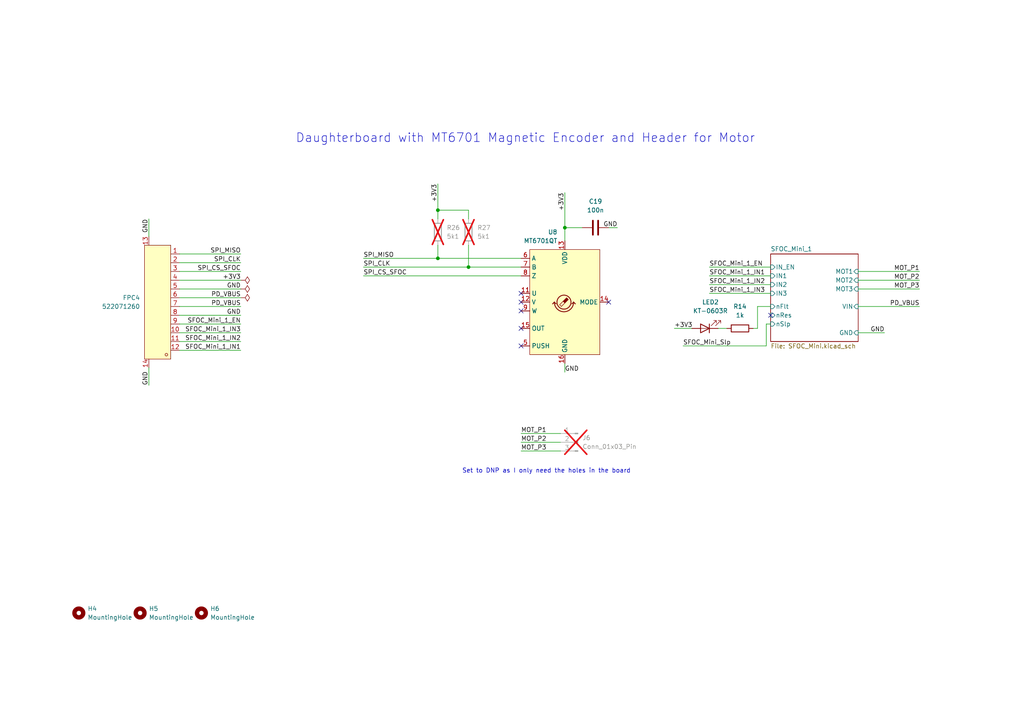
<source format=kicad_sch>
(kicad_sch (version 20250114) (generator "eeschema") (generator_version "9.0")
  (paper "A4")
  (title_block (title "FOCEars") (date "2025-12-05") (rev "A") (company "KaironSaber"))
  (lib_symbols
    (symbol "Connector:Conn_01x03_Pin" (pin_names (offset 1.016) (hide yes))
      (property "Reference" "J" (at 0 5.08 0))
      (property "Value" "Conn_01x03_Pin" (at 0 -5.08 0))
      (symbol "Conn_01x03_Pin_1_1"
        (rectangle (start 0.8636 2.667) (end 0 2.413) (stroke (width 0.1524)) (fill (type outline)))
        (rectangle (start 0.8636 0.127) (end 0 -0.127) (stroke (width 0.1524)) (fill (type outline)))
        (rectangle (start 0.8636 -2.413) (end 0 -2.667) (stroke (width 0.1524)) (fill (type outline)))
        (polyline (pts (xy 1.27 2.54) (xy 0.8636 2.54)) (stroke (width 0.1524)))
        (polyline (pts (xy 1.27 0) (xy 0.8636 0)) (stroke (width 0.1524)))
        (polyline (pts (xy 1.27 -2.54) (xy 0.8636 -2.54)) (stroke (width 0.1524)))
        (pin passive line (at 5.08 2.54 180) (length 3.81) (name "Pin_1") (number "1"))
        (pin passive line (at 5.08 0 180) (length 3.81) (name "Pin_2") (number "2"))
        (pin passive line (at 5.08 -2.54 180) (length 3.81) (name "Pin_3") (number "3"))
      )
    )
    (symbol "Device:C" (pin_numbers (hide yes)) (pin_names (offset 0.254))
      (property "Reference" "C" (at 0.635 2.54 0))
      (property "Value" "C" (at 0.635 -2.54 0))
      (symbol "C_0_1"
        (polyline (pts (xy -2.032 0.762) (xy 2.032 0.762)) (stroke (width 0.508)))
        (polyline (pts (xy -2.032 -0.762) (xy 2.032 -0.762)) (stroke (width 0.508)))
      )
      (symbol "C_1_1"
        (pin passive line (at 0 3.81 270) (length 2.794) (name "~") (number "1"))
        (pin passive line (at 0 -3.81 90) (length 2.794) (name "~") (number "2"))
      )
    )
    (symbol "Device:R" (pin_numbers (hide yes)) (pin_names (offset 0))
      (property "Reference" "R" (at 2.032 0 90))
      (property "Value" "R" (at 0 0 90))
      (symbol "R_0_1"
        (rectangle (start -1.016 -2.54) (end 1.016 2.54) (stroke (width 0.254)))
      )
      (symbol "R_1_1"
        (pin passive line (at 0 3.81 270) (length 1.27) (name "~") (number "1"))
        (pin passive line (at 0 -3.81 90) (length 1.27) (name "~") (number "2"))
      )
    )
    (symbol "EasyEDA:522071260" (pin_names (hide yes))
      (property "Reference" "FPC" (at 4.826 1.016 0))
      (property "Value" "522071260" (at 9.652 -1.27 0))
      (symbol "522071260_0_1"
        (rectangle (start -3.81 16.51) (end 3.81 -16.51) (fill (type background)))
        (circle (center -2.54 15.24) (radius 0.38))
        (pin passive line (at -6.35 13.97 0) (length 2.54) (name "12") (number "12"))
        (pin passive line (at -6.35 11.43 0) (length 2.54) (name "11") (number "11"))
        (pin passive line (at -6.35 8.89 0) (length 2.54) (name "10") (number "10"))
        (pin passive line (at -6.35 6.35 0) (length 2.54) (name "9") (number "9"))
        (pin passive line (at -6.35 3.81 0) (length 2.54) (name "8") (number "8"))
        (pin passive line (at -6.35 1.27 0) (length 2.54) (name "7") (number "7"))
        (pin passive line (at -6.35 -1.27 0) (length 2.54) (name "6") (number "6"))
        (pin passive line (at -6.35 -3.81 0) (length 2.54) (name "5") (number "5"))
        (pin passive line (at -6.35 -6.35 0) (length 2.54) (name "4") (number "4"))
        (pin passive line (at -6.35 -8.89 0) (length 2.54) (name "3") (number "3"))
        (pin passive line (at -6.35 -11.43 0) (length 2.54) (name "2") (number "2"))
        (pin passive line (at -6.35 -13.97 0) (length 2.54) (name "1") (number "1"))
        (pin passive line (at 2.54 19.05 270) (length 2.54) (name "14") (number "14"))
        (pin passive line (at 2.54 -19.05 90) (length 2.54) (name "13") (number "13"))
      )
    )
    (symbol "EasyEDA:KT-0603R" (pin_numbers (hide yes)) (pin_names (hide yes))
      (property "Reference" "LED" (at 0 5.08 0))
      (property "Value" "KT-0603R" (at 0 3.048 0))
      (symbol "KT-0603R_0_1"
        (polyline (pts (xy -3.048 -0.762) (xy -4.572 -2.286) (xy -3.81 -2.286) (xy -4.572 -2.286) (xy -4.572 -1.524)))
        (polyline (pts (xy -1.778 -0.762) (xy -3.302 -2.286) (xy -2.54 -2.286) (xy -3.302 -2.286) (xy -3.302 -1.524)))
        (polyline (pts (xy -1.27 0) (xy 1.27 0)))
        (polyline (pts (xy -1.27 -1.27) (xy -1.27 1.27)) (stroke (width 0.254)))
        (polyline (pts (xy 1.27 -1.27) (xy 1.27 1.27) (xy -1.27 0) (xy 1.27 -1.27)) (stroke (width 0.254)))
      )
      (symbol "KT-0603R_1_1"
        (pin passive line (at -3.81 0 0) (length 2.54) (name "K") (number "1"))
        (pin passive line (at 3.81 0 180) (length 2.54) (name "A") (number "2"))
      )
    )
    (symbol "Mechanical:MountingHole" (pin_names (offset 1.016)) (in_bom no)
      (property "Reference" "H" (at 0 5.08 0))
      (property "Value" "MountingHole" (at 0 3.175 0))
      (symbol "MountingHole_0_1"
        (circle (center 0 0) (radius 1.27) (stroke (width 1.27)))
      )
    )
    (symbol "Sensor_Magnetic:MT6701QT"
      (property "Reference" "U" (at -9.6632 16.4397 0))
      (property "Value" "MT6701QT" (at 5.5155 16.4397 0))
      (symbol "MT6701QT_0_1"
        (polyline (pts (xy -2.54 0) (xy -3.048 -0.508)) (stroke (width 0.254)))
        (polyline (pts (xy -2.54 0) (xy -2.032 -0.508)) (stroke (width 0.254)))
        (arc (start 3.048 0) (mid 0.254 -2.7819) (end -2.54 0) (stroke (width 0.254)))
        (polyline (pts (xy 3.048 0) (xy 2.54 -0.508)) (stroke (width 0.254)))
        (polyline (pts (xy 3.048 0) (xy 3.556 -0.508)) (stroke (width 0.254)))
      )
      (symbol "MT6701QT_1_1"
        (rectangle (start -10.16 15.24) (end 10.16 -15.24) (fill (type background)))
        (polyline (pts (xy -0.508 1.27) (xy 0.508 0.254) (xy 0 -0.254) (xy -1.016 0.762) (xy -0.762 1.016) (xy -0.508 1.27) (xy -0.381 1.143)) (fill (type outline)))
        (circle (center 0.254 0) (radius 2.032) (stroke (width 0.254)))
        (polyline (pts (xy 0.508 0.254) (xy 1.524 -0.762) (xy 1.016 -1.27) (xy 0 -0.254)))
        (pin input line (at -12.7 0 0) (length 2.54) (name "MODE") (number "14"))
        (pin no_connect line (at -10.16 12.7 0) (length 2.54) (hide yes) (name "NC") (number "1"))
        (pin no_connect line (at -10.16 10.16 0) (length 2.54) (hide yes) (name "NC") (number "2"))
        (pin no_connect line (at -10.16 7.62 0) (length 2.54) (hide yes) (name "NC") (number "3"))
        (pin no_connect line (at -10.16 5.08 0) (length 2.54) (hide yes) (name "NC") (number "4"))
        (pin no_connect line (at -10.16 2.54 0) (length 2.54) (hide yes) (name "NC") (number "10"))
        (pin power_in line (at 0 17.78 270) (length 2.54) (name "VDD") (number "13"))
        (pin power_in line (at 0 -17.78 90) (length 2.54) (name "GND") (number "16"))
        (pin passive line (at 0 -17.78 90) (length 2.54) (hide yes) (name "GND") (number "17"))
        (pin output line (at 12.7 12.7 180) (length 2.54) (name "A") (number "6"))
        (pin output line (at 12.7 10.16 180) (length 2.54) (name "B") (number "7"))
        (pin output line (at 12.7 7.62 180) (length 2.54) (name "Z") (number "8"))
        (pin output line (at 12.7 2.54 180) (length 2.54) (name "U") (number "11"))
        (pin output line (at 12.7 0 180) (length 2.54) (name "V") (number "12"))
        (pin output line (at 12.7 -2.54 180) (length 2.54) (name "W") (number "9"))
        (pin output line (at 12.7 -7.62 180) (length 2.54) (name "OUT") (number "15"))
        (pin output line (at 12.7 -12.7 180) (length 2.54) (name "PUSH") (number "5"))
      )
    )
    (symbol "power:PWR_FLAG" (power) (pin_numbers (hide yes)) (pin_names (offset 0) (hide yes))
      (property "Value" "PWR_FLAG" (at 0 3.81 0))
      (symbol "PWR_FLAG_0_0"
        (pin power_out line (at 0 0 90) (length 0) (name "~") (number "1"))
      )
      (symbol "PWR_FLAG_0_1"
        (polyline (pts (xy 0 0) (xy 0 1.27) (xy -1.016 1.905) (xy 0 2.54) (xy 1.016 1.905) (xy 0 1.27)))
      )
    )
  )
  (text "Set to DNP as I only need the holes in the board\n" (at 158.496 136.652 0) (effects (font (size 1.27 1.27))))
  (text "Daughterboard with MT6701 Magnetic Encoder and Header for Motor\n" (at 152.4 40.132 0) (effects (font (size 2.54 2.54))))
  (junction (at 127 74.93))
  (junction (at 163.83 66.04))
  (junction (at 135.89 77.47))
  (junction (at 127 60.96))
  (no_connect (at 223.52 91.44))
  (no_connect (at 151.13 100.33))
  (no_connect (at 151.13 90.17))
  (no_connect (at 151.13 85.09))
  (no_connect (at 176.53 87.63))
  (no_connect (at 151.13 95.25))
  (no_connect (at 151.13 87.63))
  (wire (pts (xy 52.07 73.66) (xy 69.85 73.66)))
  (wire (pts (xy 163.83 66.04) (xy 168.91 66.04)))
  (wire (pts (xy 52.07 86.36) (xy 69.85 86.36)))
  (wire (pts (xy 105.41 77.47) (xy 135.89 77.47)))
  (wire (pts (xy 52.07 78.74) (xy 69.85 78.74)))
  (wire (pts (xy 52.07 83.82) (xy 69.85 83.82)))
  (wire (pts (xy 198.12 100.33) (xy 222.25 100.33)))
  (wire (pts (xy 52.07 96.52) (xy 69.85 96.52)))
  (wire (pts (xy 248.92 78.74) (xy 266.7 78.74)))
  (wire (pts (xy 163.83 105.41) (xy 163.83 107.95)))
  (wire (pts (xy 127 71.12) (xy 127 74.93)))
  (wire (pts (xy 223.52 93.98) (xy 222.25 93.98)))
  (wire (pts (xy 205.74 77.47) (xy 223.52 77.47)))
  (wire (pts (xy 105.41 74.93) (xy 127 74.93)))
  (wire (pts (xy 135.89 77.47) (xy 151.13 77.47)))
  (wire (pts (xy 222.25 93.98) (xy 222.25 100.33)))
  (wire (pts (xy 176.53 66.04) (xy 179.07 66.04)))
  (wire (pts (xy 205.74 85.09) (xy 223.52 85.09)))
  (wire (pts (xy 210.82 95.25) (xy 208.28 95.25)))
  (wire (pts (xy 43.18 63.5) (xy 43.18 68.58)))
  (wire (pts (xy 52.07 99.06) (xy 69.85 99.06)))
  (wire (pts (xy 52.07 101.6) (xy 69.85 101.6)))
  (wire (pts (xy 151.13 128.27) (xy 162.56 128.27)))
  (wire (pts (xy 135.89 63.5) (xy 135.89 60.96)))
  (wire (pts (xy 151.13 125.73) (xy 162.56 125.73)))
  (wire (pts (xy 127 53.34) (xy 127 60.96)))
  (wire (pts (xy 248.92 88.9) (xy 266.7 88.9)))
  (wire (pts (xy 151.13 130.81) (xy 162.56 130.81)))
  (wire (pts (xy 43.18 106.68) (xy 43.18 111.76)))
  (wire (pts (xy 52.07 81.28) (xy 69.85 81.28)))
  (wire (pts (xy 248.92 96.52) (xy 256.54 96.52)))
  (wire (pts (xy 218.44 95.25) (xy 219.71 95.25)))
  (wire (pts (xy 52.07 88.9) (xy 69.85 88.9)))
  (wire (pts (xy 52.07 93.98) (xy 69.85 93.98)))
  (wire (pts (xy 163.83 55.88) (xy 163.83 66.04)))
  (wire (pts (xy 219.71 95.25) (xy 219.71 88.9)))
  (wire (pts (xy 219.71 88.9) (xy 223.52 88.9)))
  (wire (pts (xy 127 74.93) (xy 151.13 74.93)))
  (wire (pts (xy 163.83 66.04) (xy 163.83 69.85)))
  (wire (pts (xy 135.89 71.12) (xy 135.89 77.47)))
  (wire (pts (xy 52.07 76.2) (xy 69.85 76.2)))
  (wire (pts (xy 195.58 95.25) (xy 200.66 95.25)))
  (wire (pts (xy 127 60.96) (xy 127 63.5)))
  (wire (pts (xy 248.92 83.82) (xy 266.7 83.82)))
  (wire (pts (xy 135.89 60.96) (xy 127 60.96)))
  (wire (pts (xy 248.92 81.28) (xy 266.7 81.28)))
  (wire (pts (xy 52.07 91.44) (xy 69.85 91.44)))
  (wire (pts (xy 205.74 82.55) (xy 223.52 82.55)))
  (wire (pts (xy 105.41 80.01) (xy 151.13 80.01)))
  (wire (pts (xy 205.74 80.01) (xy 223.52 80.01)))
  (label "GND" (at 163.83 107.95 0))
  (label "GND" (at 43.18 111.76 90))
  (label "SFOC_Mini_1_IN2" (at 205.74 82.55 0))
  (label "+3V3" (at 69.85 81.28 180))
  (label "SPI_CS_SFOC" (at 69.85 78.74 180))
  (label "GND" (at 256.54 96.52 180))
  (label "SPI_CLK" (at 105.41 77.47 0))
  (label "GND" (at 43.18 63.5 270))
  (label "SPI_CLK" (at 69.85 76.2 180))
  (label "SFOC_Mini_1_IN1" (at 69.85 101.6 180))
  (label "MOT_P1" (at 151.13 125.73 0))
  (label "SFOC_Mini_1_EN" (at 69.85 93.98 180))
  (label "PD_VBUS" (at 69.85 88.9 180))
  (label "SFOC_Mini_1_IN2" (at 69.85 99.06 180))
  (label "MOT_P1" (at 266.7 78.74 180))
  (label "MOT_P2" (at 151.13 128.27 0))
  (label "SFOC_Mini_1_EN" (at 205.74 77.47 0))
  (label "SFOC_Mini_1_IN3" (at 205.74 85.09 0))
  (label "SPI_CS_SFOC" (at 105.41 80.01 0))
  (label "+3V3" (at 163.83 55.88 270))
  (label "MOT_P3" (at 151.13 130.81 0))
  (label "SPI_MISO" (at 69.85 73.66 180))
  (label "GND" (at 69.85 91.44 180))
  (label "PD_VBUS" (at 266.7 88.9 180))
  (label "+3V3" (at 195.58 95.25 0))
  (label "PD_VBUS" (at 69.85 86.36 180))
  (label "MOT_P3" (at 266.7 83.82 180))
  (label "+3V3" (at 127 53.34 270))
  (label "GND" (at 179.07 66.04 180))
  (label "SPI_MISO" (at 105.41 74.93 0))
  (label "SFOC_Mini_Slp" (at 198.12 100.33 0))
  (label "SFOC_Mini_1_IN1" (at 205.74 80.01 0))
  (label "GND" (at 69.85 83.82 180))
  (label "SFOC_Mini_1_IN3" (at 69.85 96.52 180))
  (label "MOT_P2" (at 266.7 81.28 180))
  (symbol (lib_id "Connector:Conn_01x03_Pin") (at 167.64 128.27 0) (mirror y) (unit 1) (in_bom no) (dnp yes)
    (property "Reference" "J5" (at 168.91 126.9999 0) (effects (justify right)))
    (property "Value" "Conn_01x03_Pin" (at 168.91 129.5399 0) (effects (justify right)))
    (property "Footprint" "Connector_PinHeader_2.54mm:PinHeader_1x03_P2.54mm_Vertical" (effects (hide yes)))
    (property "Description" "Generic connector, single row, 01x03, script generated" (effects (hide yes)))
    (instances (project "" (path "" (reference "J6") (unit 1)) (path "" (reference "J5") (unit 1))))
  )
  (symbol (lib_id "Sensor_Magnetic:MT6701QT") (at 163.83 87.63 0) (mirror y) (unit 1)
    (property "Reference" "U3" (at 161.6867 67.31 0) (effects (justify left)))
    (property "Value" "MT6701QT" (at 161.6867 69.85 0) (effects (justify left)))
    (property "Footprint" "Package_DFN_QFN:QFN-16-1EP_3x3mm_P0.5mm_EP1.7x1.7mm" (effects (hide yes)))
    (property "Datasheet" "https://www.magntek.com.cn/upload/MT6701_Rev.1.5.pdf" (effects (hide yes)))
    (property "Description" "Hall Based Angle Position Encoder Sensor, I2C, SSI, ABZ & UVW interfaces, 3.3..5V supply, QFN-16" (effects (hide yes)))
    (property "LCSC Part" "C2913974" (effects (hide yes)))
    (instances (project "FOCEars" (path "" (reference "U8") (unit 1)) (path "" (reference "U3") (unit 1))))
  )
  (symbol (lib_id "EasyEDA:522071260") (at 45.72 87.63 180) (unit 1)
    (property "Reference" "FPC3" (at 40.64 86.3599 0) (effects (justify left)))
    (property "Value" "522071260" (at 40.64 88.8999 0) (effects (justify left)))
    (property "Footprint" "EasyEDA:CONN-SMD_522071260" (effects (hide yes)))
    (property "Datasheet" "https://www.molex.com/content/dam/molex/molex-dot-com/products/automated/en-us/salesdrawingpdf/522/52207/522071260_sd.pdf?inline\\" (effects (hide yes)))
    (property "Description" "-40℃~+85℃ 125V 12P 1A 1mm Gold Phosphor Bronze Top Contact SMD,P=1mm FFC, FPC (Flat Flexible) Connector Assemblies ROHS" (effects (hide yes)))
    (property "LCSC Part" "C565052" (effects (hide yes)))
    (instances (project "" (path "" (reference "FPC4") (unit 1)) (path "" (reference "FPC3") (unit 1))))
  )
  (symbol (lib_id "power:PWR_FLAG") (at 69.85 86.36 270) (unit 1)
    (property "Reference" "#FLG09" (effects (hide yes)))
    (property "Value" "PWR_FLAG" (effects (hide yes)))
    (property "Description" "Special symbol for telling ERC where power comes from" (effects (hide yes)))
    (instances (project "FOCEars" (path "" (reference "#FLG010") (unit 1)) (path "" (reference "#FLG09") (unit 1))))
  )
  (symbol (lib_id "Device:R") (at 135.89 67.31 0) (unit 1) (in_bom no) (dnp yes)
    (property "Reference" "R25" (at 138.43 66.0399 0) (effects (justify left)))
    (property "Value" "5k1" (at 138.43 68.5799 0) (effects (justify left)))
    (property "Footprint" "Resistor_SMD:R_0603_1608Metric" (effects (hide yes)))
    (property "Description" "Resistor" (effects (hide yes)))
    (instances (project "FOCEars" (path "" (reference "R27") (unit 1)) (path "" (reference "R25") (unit 1))))
  )
  (symbol (lib_id "Device:R") (at 214.63 95.25 90) (unit 1)
    (property "Reference" "R2" (at 214.63 88.9 90))
    (property "Value" "1k" (at 214.63 91.44 90))
    (property "Footprint" "Resistor_SMD:R_0402_1005Metric" (effects (hide yes)))
    (property "Datasheet" "https://jlcpcb.com/partdetail/12256-0402WGF1001TCE/C11702" (effects (hide yes)))
    (property "Description" "Resistor" (effects (hide yes)))
    (property "LCSC Part" "C11702" (effects (hide yes)))
    (instances (project "FOCEars" (path "" (reference "R14") (unit 1)) (path "" (reference "R2") (unit 1))))
  )
  (symbol (lib_id "Mechanical:MountingHole") (at 22.86 177.8 0) (unit 1) (in_bom no)
    (property "Reference" "H1" (at 25.4 176.5299 0) (effects (justify left)))
    (property "Value" "MountingHole" (at 25.4 179.0699 0) (effects (justify left)))
    (property "Footprint" "MountingHole:MountingHole_2.2mm_M2" (effects (hide yes)))
    (property "Description" "Mounting Hole without connection" (effects (hide yes)))
    (instances (project "" (path "" (reference "H4") (unit 1)) (path "" (reference "H1") (unit 1))))
  )
  (symbol (lib_id "Mechanical:MountingHole") (at 40.64 177.8 0) (unit 1) (in_bom no)
    (property "Reference" "H2" (at 43.18 176.5299 0) (effects (justify left)))
    (property "Value" "MountingHole" (at 43.18 179.0699 0) (effects (justify left)))
    (property "Footprint" "MountingHole:MountingHole_2.2mm_M2" (effects (hide yes)))
    (property "Description" "Mounting Hole without connection" (effects (hide yes)))
    (instances (project "FOCEars" (path "" (reference "H5") (unit 1)) (path "" (reference "H2") (unit 1))))
  )
  (symbol (lib_id "Mechanical:MountingHole") (at 58.42 177.8 0) (unit 1) (in_bom no)
    (property "Reference" "H3" (at 60.96 176.5299 0) (effects (justify left)))
    (property "Value" "MountingHole" (at 60.96 179.0699 0) (effects (justify left)))
    (property "Footprint" "MountingHole:MountingHole_2.2mm_M2" (effects (hide yes)))
    (property "Description" "Mounting Hole without connection" (effects (hide yes)))
    (instances (project "FOCEars" (path "" (reference "H6") (unit 1)) (path "" (reference "H3") (unit 1))))
  )
  (symbol (lib_id "power:PWR_FLAG") (at 69.85 81.28 270) (unit 1)
    (property "Reference" "#FLG02" (effects (hide yes)))
    (property "Value" "PWR_FLAG" (effects (hide yes)))
    (property "Description" "Special symbol for telling ERC where power comes from" (effects (hide yes)))
    (instances (project "FOCEars" (path "" (reference "#FLG08") (unit 1)) (path "" (reference "#FLG02") (unit 1))))
  )
  (symbol (lib_id "Device:C") (at 172.72 66.04 270) (unit 1)
    (property "Reference" "C2" (at 172.72 58.42 90))
    (property "Value" "100n" (at 172.72 60.96 90))
    (property "Footprint" "Capacitor_SMD:C_0402_1005Metric" (effects (hide yes)))
    (property "Datasheet" "https://jlcpcb.com/partdetail/291005-CL05B104KB54PNC/C307331" (effects (hide yes)))
    (property "Description" "Unpolarized capacitor" (effects (hide yes)))
    (property "LCSC Part" "    C307331" (effects (hide yes)))
    (instances (project "FOCEars" (path "" (reference "C19") (unit 1)) (path "" (reference "C2") (unit 1))))
  )
  (symbol (lib_id "Device:R") (at 127 67.31 0) (unit 1) (in_bom no) (dnp yes)
    (property "Reference" "R24" (at 129.54 66.0399 0) (effects (justify left)))
    (property "Value" "5k1" (at 129.54 68.5799 0) (effects (justify left)))
    (property "Footprint" "Resistor_SMD:R_0603_1608Metric" (effects (hide yes)))
    (property "Description" "Resistor" (effects (hide yes)))
    (instances (project "FOCEars" (path "" (reference "R26") (unit 1)) (path "" (reference "R24") (unit 1))))
  )
  (symbol (lib_id "EasyEDA:KT-0603R") (at 204.47 95.25 180) (unit 1)
    (property "Reference" "LED1" (at 206.0575 87.63 0))
    (property "Value" "KT-0603R" (at 206.0575 90.17 0))
    (property "Footprint" "EasyEDA:LED0603-RD" (effects (hide yes)))
    (property "Datasheet" "https://lcsc.com/product-detail/Light-Emitting-Diodes-LED_Red-LED-0603_C2286.html" (effects (hide yes)))
    (property "LCSC Part" "C2286" (effects (hide yes)))
    (instances (project "FOCEars" (path "" (reference "LED2") (unit 1)) (path "" (reference "LED1") (unit 1))))
  )
  (symbol (lib_id "power:PWR_FLAG") (at 69.85 83.82 270) (unit 1)
    (property "Reference" "#FLG011" (effects (hide yes)))
    (property "Value" "PWR_FLAG" (effects (hide yes)))
    (property "Description" "Special symbol for telling ERC where power comes from" (effects (hide yes)))
    (instances (project "FOCEars" (path "" (reference "#FLG012") (unit 1)) (path "" (reference "#FLG011") (unit 1))))
  )
  (sheet (at 223.52 73.66) (size 25.4 25.4) (stroke (width 0.1524))
    (property "Sheetname" "SFOC_Mini_1" (at 223.52 72.9484 0) (effects (justify left bottom)))
    (property "Sheetfile" "SFOC_Mini.kicad_sch" (at 223.52 99.6446 0) (effects (justify left top)))
    (pin "IN1" input (at 223.52 80.01 180))
    (pin "IN2" input (at 223.52 82.55 180))
    (pin "IN3" input (at 223.52 85.09 180))
    (pin "MOT1" input (at 248.92 78.74 0))
    (pin "MOT2" input (at 248.92 81.28 0))
    (pin "MOT3" input (at 248.92 83.82 0))
    (pin "nFlt" input (at 223.52 88.9 180))
    (pin "nRes" input (at 223.52 91.44 180))
    (pin "nSlp" input (at 223.52 93.98 180))
    (pin "VIN" input (at 248.92 88.9 0))
    (pin "GND" input (at 248.92 96.52 0))
    (pin "IN_EN" input (at 223.52 77.47 180))
  )
)
</source>
